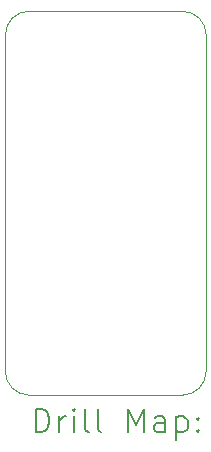
<source format=gbr>
%TF.GenerationSoftware,KiCad,Pcbnew,8.0.6*%
%TF.CreationDate,2024-12-27T21:34:21-08:00*%
%TF.ProjectId,PIC32Flex,50494333-3246-46c6-9578-2e6b69636164,rev?*%
%TF.SameCoordinates,Original*%
%TF.FileFunction,Drillmap*%
%TF.FilePolarity,Positive*%
%FSLAX45Y45*%
G04 Gerber Fmt 4.5, Leading zero omitted, Abs format (unit mm)*
G04 Created by KiCad (PCBNEW 8.0.6) date 2024-12-27 21:34:21*
%MOMM*%
%LPD*%
G01*
G04 APERTURE LIST*
%ADD10C,0.050000*%
%ADD11C,0.200000*%
G04 APERTURE END LIST*
D10*
X9784980Y-7169760D02*
G75*
G02*
X9984980Y-6969760I200000J0D01*
G01*
X11484980Y-7169760D02*
X11484980Y-10019760D01*
X9984980Y-6969760D02*
X11284980Y-6969760D01*
X9784980Y-10019760D02*
X9784980Y-7169760D01*
X9984980Y-10219760D02*
G75*
G02*
X9784980Y-10019760I0J200000D01*
G01*
X11484980Y-10019760D02*
G75*
G02*
X11284980Y-10219760I-200000J0D01*
G01*
X11284980Y-10219760D02*
X9984980Y-10219760D01*
X11284980Y-6969760D02*
G75*
G02*
X11484980Y-7169760I0J-200000D01*
G01*
D11*
X10043257Y-10533744D02*
X10043257Y-10333744D01*
X10043257Y-10333744D02*
X10090876Y-10333744D01*
X10090876Y-10333744D02*
X10119447Y-10343268D01*
X10119447Y-10343268D02*
X10138495Y-10362315D01*
X10138495Y-10362315D02*
X10148019Y-10381363D01*
X10148019Y-10381363D02*
X10157543Y-10419458D01*
X10157543Y-10419458D02*
X10157543Y-10448030D01*
X10157543Y-10448030D02*
X10148019Y-10486125D01*
X10148019Y-10486125D02*
X10138495Y-10505172D01*
X10138495Y-10505172D02*
X10119447Y-10524220D01*
X10119447Y-10524220D02*
X10090876Y-10533744D01*
X10090876Y-10533744D02*
X10043257Y-10533744D01*
X10243257Y-10533744D02*
X10243257Y-10400410D01*
X10243257Y-10438506D02*
X10252781Y-10419458D01*
X10252781Y-10419458D02*
X10262304Y-10409934D01*
X10262304Y-10409934D02*
X10281352Y-10400410D01*
X10281352Y-10400410D02*
X10300400Y-10400410D01*
X10367066Y-10533744D02*
X10367066Y-10400410D01*
X10367066Y-10333744D02*
X10357543Y-10343268D01*
X10357543Y-10343268D02*
X10367066Y-10352791D01*
X10367066Y-10352791D02*
X10376590Y-10343268D01*
X10376590Y-10343268D02*
X10367066Y-10333744D01*
X10367066Y-10333744D02*
X10367066Y-10352791D01*
X10490876Y-10533744D02*
X10471828Y-10524220D01*
X10471828Y-10524220D02*
X10462304Y-10505172D01*
X10462304Y-10505172D02*
X10462304Y-10333744D01*
X10595638Y-10533744D02*
X10576590Y-10524220D01*
X10576590Y-10524220D02*
X10567066Y-10505172D01*
X10567066Y-10505172D02*
X10567066Y-10333744D01*
X10824209Y-10533744D02*
X10824209Y-10333744D01*
X10824209Y-10333744D02*
X10890876Y-10476601D01*
X10890876Y-10476601D02*
X10957543Y-10333744D01*
X10957543Y-10333744D02*
X10957543Y-10533744D01*
X11138495Y-10533744D02*
X11138495Y-10428982D01*
X11138495Y-10428982D02*
X11128971Y-10409934D01*
X11128971Y-10409934D02*
X11109924Y-10400410D01*
X11109924Y-10400410D02*
X11071828Y-10400410D01*
X11071828Y-10400410D02*
X11052781Y-10409934D01*
X11138495Y-10524220D02*
X11119447Y-10533744D01*
X11119447Y-10533744D02*
X11071828Y-10533744D01*
X11071828Y-10533744D02*
X11052781Y-10524220D01*
X11052781Y-10524220D02*
X11043257Y-10505172D01*
X11043257Y-10505172D02*
X11043257Y-10486125D01*
X11043257Y-10486125D02*
X11052781Y-10467077D01*
X11052781Y-10467077D02*
X11071828Y-10457553D01*
X11071828Y-10457553D02*
X11119447Y-10457553D01*
X11119447Y-10457553D02*
X11138495Y-10448030D01*
X11233733Y-10400410D02*
X11233733Y-10600410D01*
X11233733Y-10409934D02*
X11252781Y-10400410D01*
X11252781Y-10400410D02*
X11290876Y-10400410D01*
X11290876Y-10400410D02*
X11309923Y-10409934D01*
X11309923Y-10409934D02*
X11319447Y-10419458D01*
X11319447Y-10419458D02*
X11328971Y-10438506D01*
X11328971Y-10438506D02*
X11328971Y-10495649D01*
X11328971Y-10495649D02*
X11319447Y-10514696D01*
X11319447Y-10514696D02*
X11309923Y-10524220D01*
X11309923Y-10524220D02*
X11290876Y-10533744D01*
X11290876Y-10533744D02*
X11252781Y-10533744D01*
X11252781Y-10533744D02*
X11233733Y-10524220D01*
X11414685Y-10514696D02*
X11424209Y-10524220D01*
X11424209Y-10524220D02*
X11414685Y-10533744D01*
X11414685Y-10533744D02*
X11405162Y-10524220D01*
X11405162Y-10524220D02*
X11414685Y-10514696D01*
X11414685Y-10514696D02*
X11414685Y-10533744D01*
X11414685Y-10409934D02*
X11424209Y-10419458D01*
X11424209Y-10419458D02*
X11414685Y-10428982D01*
X11414685Y-10428982D02*
X11405162Y-10419458D01*
X11405162Y-10419458D02*
X11414685Y-10409934D01*
X11414685Y-10409934D02*
X11414685Y-10428982D01*
M02*

</source>
